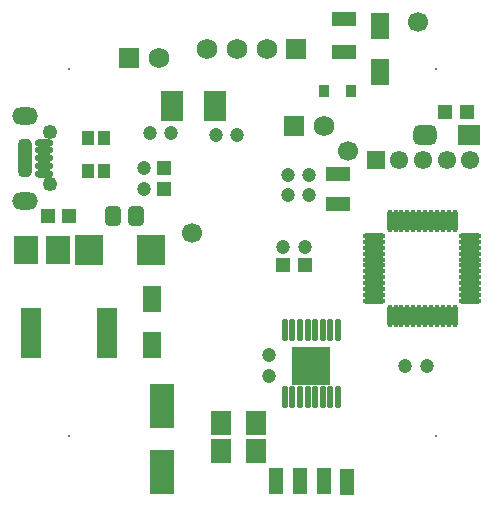
<source format=gts>
%FSTAX23Y23*%
%MOIN*%
%SFA1B1*%

%IPPOS*%
%AMD62*
4,1,8,-0.021700,0.050200,-0.021700,-0.050200,-0.008900,-0.063000,0.008900,-0.063000,0.021700,-0.050200,0.021700,0.050200,0.008900,0.063000,-0.008900,0.063000,-0.021700,0.050200,0.0*
1,1,0.025600,-0.008900,0.050200*
1,1,0.025600,-0.008900,-0.050200*
1,1,0.025600,0.008900,-0.050200*
1,1,0.025600,0.008900,0.050200*
%
%AMD66*
4,1,8,0.038400,-0.014800,0.038400,0.014800,0.019700,0.033500,-0.019700,0.033500,-0.038400,0.014800,-0.038400,-0.014800,-0.019700,-0.033500,0.019700,-0.033500,0.038400,-0.014800,0.0*
1,1,0.037400,0.019700,-0.014800*
1,1,0.037400,0.019700,0.014800*
1,1,0.037400,-0.019700,0.014800*
1,1,0.037400,-0.019700,-0.014800*
%
%AMD72*
4,1,8,-0.027600,0.017700,-0.027600,-0.017700,-0.011800,-0.033500,0.011800,-0.033500,0.027600,-0.017700,0.027600,0.017700,0.011800,0.033500,-0.011800,0.033500,-0.027600,0.017700,0.0*
1,1,0.031500,-0.011800,0.017700*
1,1,0.031500,-0.011800,-0.017700*
1,1,0.031500,0.011800,-0.017700*
1,1,0.031500,0.011800,0.017700*
%
%ADD44R,0.061020X0.061020*%
%ADD45C,0.061020*%
%ADD61O,0.061020X0.023620*%
G04~CAMADD=62~8~0.0~0.0~1259.8~433.1~128.0~0.0~15~0.0~0.0~0.0~0.0~0~0.0~0.0~0.0~0.0~0~0.0~0.0~0.0~90.0~434.0~1260.0*
%ADD62D62*%
%ADD63O,0.021650X0.074800*%
%ADD64R,0.125980X0.125980*%
%ADD65C,0.066930*%
G04~CAMADD=66~8~0.0~0.0~669.3~767.7~187.0~0.0~15~0.0~0.0~0.0~0.0~0~0.0~0.0~0.0~0.0~0~0.0~0.0~0.0~270.0~768.0~669.0*
%ADD66D66*%
%ADD67R,0.076770X0.066930*%
%ADD68R,0.041340X0.049210*%
%ADD69R,0.066930X0.078740*%
%ADD70R,0.047240X0.047240*%
%ADD71C,0.047240*%
G04~CAMADD=72~8~0.0~0.0~669.3~551.2~157.5~0.0~15~0.0~0.0~0.0~0.0~0~0.0~0.0~0.0~0.0~0~0.0~0.0~0.0~90.0~552.0~670.0*
%ADD72D72*%
%ADD73R,0.062990X0.086610*%
%ADD74R,0.094490X0.102360*%
%ADD75R,0.070870X0.165350*%
%ADD76R,0.082680X0.097640*%
%ADD77R,0.078740X0.047240*%
%ADD78R,0.047240X0.047240*%
%ADD79R,0.074800X0.102360*%
%ADD80R,0.078740X0.145670*%
%ADD81R,0.032680X0.040550*%
%ADD82R,0.047240X0.086610*%
%ADD83O,0.074800X0.019690*%
%ADD84O,0.019690X0.074800*%
%ADD85O,0.086610X0.057090*%
%ADD86C,0.049210*%
%ADD87C,0.007870*%
%ADD88R,0.068900X0.068900*%
%ADD89C,0.068900*%
%LNstepperpcb-1*%
%LPD*%
G54D44*
X01237Y01135D03*
G54D45*
X01473Y01135D03*
X01395D03*
X01316D03*
X01552D03*
G54D61*
X00131Y01192D03*
Y01167D03*
Y01141D03*
Y01116D03*
Y0109D03*
G54D62*
X00067Y01141D03*
G54D63*
X00933Y00345D03*
X00958D03*
X00984D03*
X0101D03*
X01035D03*
X01061D03*
X01086D03*
X01112D03*
Y0057D03*
X00933D03*
X00958D03*
X00984D03*
X0101D03*
X01035D03*
X01061D03*
X01086D03*
G54D64*
X01022Y0045D03*
G54D65*
X00624Y00893D03*
X01379Y01596D03*
X01143Y01165D03*
G54D66*
X01401Y0122D03*
G54D67*
X01548Y0122D03*
G54D68*
X00278Y0121D03*
X00331D03*
X00278Y011D03*
X00331D03*
G54D69*
X00722Y00165D03*
X00837D03*
X00722Y0026D03*
X00837D03*
G54D70*
X0053Y0111D03*
Y01039D03*
G54D71*
X00464Y01039D03*
Y0111D03*
X01015Y01085D03*
X00944D03*
X01015Y0102D03*
X00944D03*
X00929Y00845D03*
X01D03*
X00775Y0122D03*
X00704D03*
X00484Y01225D03*
X00555D03*
X0088Y00414D03*
Y00485D03*
X01407Y0045D03*
X01336D03*
G54D72*
X00439Y0095D03*
X0036D03*
G54D73*
X0049Y00672D03*
Y00517D03*
X0125Y01427D03*
Y01582D03*
G54D74*
X00282Y00835D03*
X00487D03*
G54D75*
X00089Y0056D03*
X0034D03*
G54D76*
X00177Y00835D03*
X00072D03*
G54D77*
X0111Y0099D03*
Y01089D03*
X0113Y01605D03*
Y01494D03*
G54D78*
X00144Y0095D03*
X00215D03*
X01Y00784D03*
X00929D03*
X01469Y01295D03*
X0154D03*
G54D79*
X00557Y01315D03*
X00702D03*
G54D80*
X00525Y00094D03*
Y00315D03*
G54D81*
X01066Y01365D03*
X01153D03*
G54D82*
X0114Y00062D03*
X01063Y00064D03*
X00985D03*
X00906D03*
G54D83*
X01232Y00882D03*
Y00862D03*
Y00843D03*
Y00823D03*
Y00803D03*
Y00784D03*
Y00764D03*
Y00744D03*
Y00724D03*
Y00705D03*
Y00685D03*
Y00665D03*
X01551D03*
Y00685D03*
Y00705D03*
Y00724D03*
Y00744D03*
Y00764D03*
Y00784D03*
Y00803D03*
Y00823D03*
Y00843D03*
Y00862D03*
Y00882D03*
G54D84*
X01283Y00614D03*
X01303D03*
X01322D03*
X01342D03*
X01362D03*
X01381D03*
X01401D03*
X01421D03*
X0144D03*
X0146D03*
X0148D03*
X015D03*
Y00933D03*
X0148D03*
X0146D03*
X0144D03*
X01421D03*
X01401D03*
X01381D03*
X01362D03*
X01342D03*
X01322D03*
X01303D03*
X01283D03*
G54D85*
X00067Y01D03*
Y01282D03*
G54D86*
X00152Y01229D03*
Y01054D03*
G54D87*
X01437Y00216D03*
X00216D03*
Y01437D03*
X01437D03*
G54D88*
X00965Y0125D03*
X00971Y01505D03*
X00415Y01475D03*
G54D89*
X01065Y0125D03*
X00873Y01505D03*
X00775D03*
X00676D03*
X00515Y01475D03*
M02*
</source>
